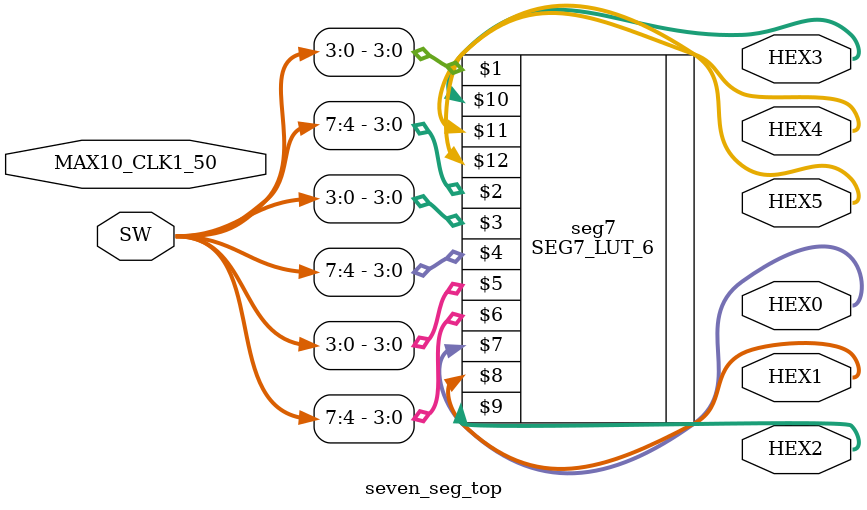
<source format=v>
module seven_seg_top(
 input MAX10_CLK1_50,
 input [9:0] SW, // 8-bit input from the switches
 output [6:0] HEX0,HEX1,HEX2,HEX3,HEX4,HEX5
// output reg [5:0] [7:0] segment, // 6 * 7-segment display output (common cathode)
// output reg [3:0] digit   // Digit select output (active low)
);

// HEX0..5
wire switches_out;

//switches_read sw(MAX10_CLK1_50,SW,switches_out);
SEG7_LUT_6 seg7(SW[3:0],SW[7:4],SW[3:0],SW[7:4],SW[3:0],SW[7:4],HEX0,HEX1,HEX2,HEX3,HEX4,HEX5);


endmodule
</source>
